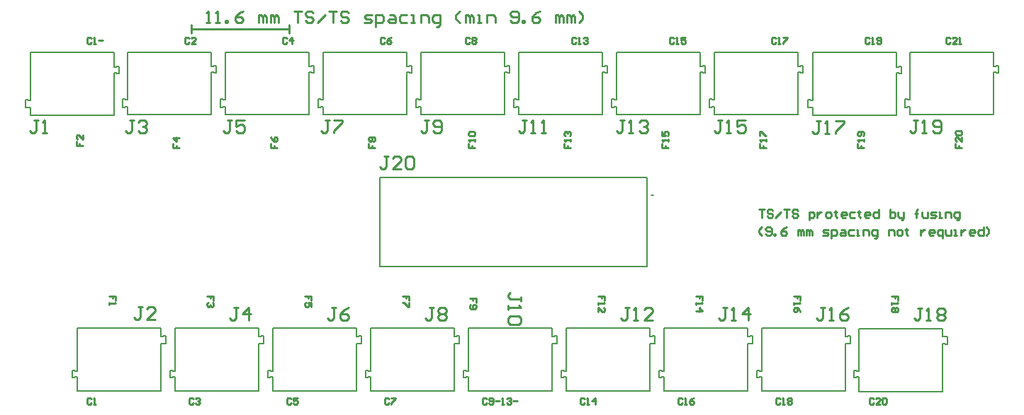
<source format=gto>
%FSTAX23Y23*%
%MOIN*%
%SFA1B1*%

%IPPOS*%
%ADD10C,0.007870*%
%ADD11C,0.005000*%
%ADD12C,0.010000*%
%LNvolttap-1*%
%LPD*%
G54D10*
X02973Y01055D02*
X02965D01*
X02973*
X04335Y0013D02*
Y00354D01*
Y00387D02*
Y00425D01*
Y00354D02*
X04358Y00352D01*
X04335Y00387D02*
X04358Y00389D01*
Y00352D02*
Y00389D01*
X03941Y00224D02*
Y00425D01*
X04335*
X03941Y0013D02*
Y00197D01*
X03917Y00194D02*
X03941Y00197D01*
X03917Y00227D02*
X03941Y00224D01*
X03917Y00194D02*
Y00227D01*
X03941Y0013D02*
X04335D01*
X03876Y00132D02*
Y00356D01*
Y0039D02*
Y00427D01*
Y00356D02*
X039Y00354D01*
X03876Y0039D02*
X039Y00392D01*
Y00354D02*
Y00392D01*
X03483Y00226D02*
Y00427D01*
X03876*
X03483Y00132D02*
Y00199D01*
X03459Y00196D02*
X03483Y00199D01*
X03459Y00229D02*
X03483Y00226D01*
X03459Y00196D02*
Y00229D01*
X03483Y00132D02*
X03876D01*
X03416D02*
Y00356D01*
Y0039D02*
Y00427D01*
Y00356D02*
X0344Y00354D01*
X03416Y0039D02*
X0344Y00392D01*
Y00354D02*
Y00392D01*
X03023Y00226D02*
Y00427D01*
X03416*
X03023Y00132D02*
Y00199D01*
X02999Y00196D02*
X03023Y00199D01*
X02999Y00229D02*
X03023Y00226D01*
X02999Y00196D02*
Y00229D01*
X03023Y00132D02*
X03416D01*
X02956D02*
Y00356D01*
Y0039D02*
Y00427D01*
Y00356D02*
X0298Y00354D01*
X02956Y0039D02*
X0298Y00392D01*
Y00354D02*
Y00392D01*
X02563Y00226D02*
Y00427D01*
X02956*
X02563Y00132D02*
Y00199D01*
X02539Y00196D02*
X02563Y00199D01*
X02539Y00229D02*
X02563Y00226D01*
X02539Y00196D02*
Y00229D01*
X02563Y00132D02*
X02956D01*
X02496D02*
Y00356D01*
Y0039D02*
Y00427D01*
Y00356D02*
X0252Y00354D01*
X02496Y0039D02*
X0252Y00392D01*
Y00354D02*
Y00392D01*
X02103Y00226D02*
Y00427D01*
X02496*
X02103Y00132D02*
Y00199D01*
X02079Y00196D02*
X02103Y00199D01*
X02079Y00229D02*
X02103Y00226D01*
X02079Y00196D02*
Y00229D01*
X02103Y00132D02*
X02496D01*
X02036D02*
Y00356D01*
Y0039D02*
Y00427D01*
Y00356D02*
X0206Y00354D01*
X02036Y0039D02*
X0206Y00392D01*
Y00354D02*
Y00392D01*
X01643Y00226D02*
Y00427D01*
X02036*
X01643Y00132D02*
Y00199D01*
X01619Y00196D02*
X01643Y00199D01*
X01619Y00229D02*
X01643Y00226D01*
X01619Y00196D02*
Y00229D01*
X01643Y00132D02*
X02036D01*
X01576D02*
Y00356D01*
Y0039D02*
Y00427D01*
Y00356D02*
X016Y00354D01*
X01576Y0039D02*
X016Y00392D01*
Y00354D02*
Y00392D01*
X01183Y00226D02*
Y00427D01*
X01576*
X01183Y00132D02*
Y00199D01*
X01159Y00196D02*
X01183Y00199D01*
X01159Y00229D02*
X01183Y00226D01*
X01159Y00196D02*
Y00229D01*
X01183Y00132D02*
X01576D01*
X01116D02*
Y00356D01*
Y0039D02*
Y00427D01*
Y00356D02*
X0114Y00354D01*
X01116Y0039D02*
X0114Y00392D01*
Y00354D02*
Y00392D01*
X00723Y00226D02*
Y00427D01*
X01116*
X00723Y00132D02*
Y00199D01*
X00699Y00196D02*
X00723Y00199D01*
X00699Y00229D02*
X00723Y00226D01*
X00699Y00196D02*
Y00229D01*
X00723Y00132D02*
X01116D01*
X00656D02*
Y00356D01*
Y0039D02*
Y00427D01*
Y00356D02*
X0068Y00354D01*
X00656Y0039D02*
X0068Y00392D01*
Y00354D02*
Y00392D01*
X00263Y00226D02*
Y00427D01*
X00656*
X00263Y00132D02*
Y00199D01*
X00239Y00196D02*
X00263Y00199D01*
X00239Y00229D02*
X00263Y00226D01*
X00239Y00196D02*
Y00229D01*
X00263Y00132D02*
X00656D01*
X00043Y01503D02*
Y01727D01*
Y01432D02*
Y01469D01*
X00019Y01505D02*
X00043Y01503D01*
X00019Y01467D02*
X00043Y01469D01*
X00019Y01467D02*
Y01505D01*
X00436Y01432D02*
Y01633D01*
X00043Y01432D02*
X00436D01*
Y0166D02*
Y01727D01*
Y0166D02*
X0046Y01663D01*
X00436Y01633D02*
X0046Y0163D01*
Y01663*
X00043Y01727D02*
X00436D01*
X00501Y01505D02*
Y01729D01*
Y01434D02*
Y01472D01*
X00477Y01507D02*
X00501Y01505D01*
X00477Y0147D02*
X00501Y01472D01*
X00477Y0147D02*
Y01507D01*
X00895Y01434D02*
Y01635D01*
X00501Y01434D02*
X00895D01*
Y01662D02*
Y01729D01*
Y01662D02*
X00918Y01665D01*
X00895Y01635D02*
X00918Y01632D01*
Y01665*
X00501Y01729D02*
X00895D01*
X00961Y01505D02*
Y01729D01*
Y01434D02*
Y01472D01*
X00937Y01507D02*
X00961Y01505D01*
X00937Y0147D02*
X00961Y01472D01*
X00937Y0147D02*
Y01507D01*
X01355Y01434D02*
Y01635D01*
X00961Y01434D02*
X01355D01*
Y01662D02*
Y01729D01*
Y01662D02*
X01378Y01665D01*
X01355Y01635D02*
X01378Y01632D01*
Y01665*
X00961Y01729D02*
X01355D01*
X01421Y01505D02*
Y01729D01*
Y01434D02*
Y01472D01*
X01397Y01507D02*
X01421Y01505D01*
X01397Y0147D02*
X01421Y01472D01*
X01397Y0147D02*
Y01507D01*
X01815Y01434D02*
Y01635D01*
X01421Y01434D02*
X01815D01*
Y01662D02*
Y01729D01*
Y01662D02*
X01838Y01665D01*
X01815Y01635D02*
X01838Y01632D01*
Y01665*
X01421Y01729D02*
X01815D01*
X01881Y01505D02*
Y01729D01*
Y01434D02*
Y01472D01*
X01857Y01507D02*
X01881Y01505D01*
X01857Y0147D02*
X01881Y01472D01*
X01857Y0147D02*
Y01507D01*
X02275Y01434D02*
Y01635D01*
X01881Y01434D02*
X02275D01*
Y01662D02*
Y01729D01*
Y01662D02*
X02298Y01665D01*
X02275Y01635D02*
X02298Y01632D01*
Y01665*
X01881Y01729D02*
X02275D01*
X02341Y01505D02*
Y01729D01*
Y01434D02*
Y01472D01*
X02317Y01507D02*
X02341Y01505D01*
X02317Y0147D02*
X02341Y01472D01*
X02317Y0147D02*
Y01507D01*
X02735Y01434D02*
Y01635D01*
X02341Y01434D02*
X02735D01*
Y01662D02*
Y01729D01*
Y01662D02*
X02758Y01665D01*
X02735Y01635D02*
X02758Y01632D01*
Y01665*
X02341Y01729D02*
X02735D01*
X02801Y01505D02*
Y01729D01*
Y01434D02*
Y01472D01*
X02777Y01507D02*
X02801Y01505D01*
X02777Y0147D02*
X02801Y01472D01*
X02777Y0147D02*
Y01507D01*
X03195Y01434D02*
Y01635D01*
X02801Y01434D02*
X03195D01*
Y01662D02*
Y01729D01*
Y01662D02*
X03218Y01665D01*
X03195Y01635D02*
X03218Y01632D01*
Y01665*
X02801Y01729D02*
X03195D01*
X03261Y01505D02*
Y01729D01*
Y01434D02*
Y01472D01*
X03237Y01507D02*
X03261Y01505D01*
X03237Y0147D02*
X03261Y01472D01*
X03237Y0147D02*
Y01507D01*
X03655Y01434D02*
Y01635D01*
X03261Y01434D02*
X03655D01*
Y01662D02*
Y01729D01*
Y01662D02*
X03678Y01665D01*
X03655Y01635D02*
X03678Y01632D01*
Y01665*
X03261Y01729D02*
X03655D01*
X03723Y01503D02*
Y01727D01*
Y01432D02*
Y01469D01*
X03699Y01505D02*
X03723Y01503D01*
X03699Y01467D02*
X03723Y01469D01*
X03699Y01467D02*
Y01505D01*
X04116Y01432D02*
Y01633D01*
X03723Y01432D02*
X04116D01*
Y0166D02*
Y01727D01*
Y0166D02*
X0414Y01663D01*
X04116Y01633D02*
X0414Y0163D01*
Y01663*
X03723Y01727D02*
X04116D01*
X04181Y01505D02*
Y01729D01*
Y01434D02*
Y01472D01*
X04157Y01507D02*
X04181Y01505D01*
X04157Y0147D02*
X04181Y01472D01*
X04157Y0147D02*
Y01507D01*
X04575Y01434D02*
Y01635D01*
X04181Y01434D02*
X04575D01*
Y01662D02*
Y01729D01*
Y01662D02*
X04598Y01665D01*
X04575Y01635D02*
X04598Y01632D01*
Y01665*
X04181Y01729D02*
X04575D01*
G54D11*
X02943Y00717D02*
Y01138D01*
X01687Y00717D02*
Y01138D01*
Y00717D02*
X02943D01*
X01687Y01138D02*
X02943D01*
G54D12*
X008Y0182D02*
Y0186D01*
X0126Y0182D02*
Y0186D01*
X008Y0184D02*
X0126D01*
X0347Y0099D02*
X03496D01*
X03483*
Y0095*
X03535Y00983D02*
X03529Y0099D01*
X03515*
X03509Y00983*
Y00976*
X03515Y0097*
X03529*
X03535Y00963*
Y00957*
X03529Y0095*
X03515*
X03509Y00957*
X03548Y0095D02*
X03574Y00976D01*
X03588Y0099D02*
X03614D01*
X03601*
Y0095*
X03653Y00983D02*
X03647Y0099D01*
X03633*
X03627Y00983*
Y00976*
X03633Y0097*
X03647*
X03653Y00963*
Y00957*
X03647Y0095*
X03633*
X03627Y00957*
X03706Y00937D02*
Y00976D01*
X03725*
X03732Y0097*
Y00957*
X03725Y0095*
X03706*
X03745Y00976D02*
Y0095D01*
Y00963*
X03752Y0097*
X03758Y00976*
X03765*
X03791Y0095D02*
X03804D01*
X03811Y00957*
Y0097*
X03804Y00976*
X03791*
X03784Y0097*
Y00957*
X03791Y0095*
X0383Y00983D02*
Y00976D01*
X03824*
X03837*
X0383*
Y00957*
X03837Y0095*
X03876D02*
X03863D01*
X03857Y00957*
Y0097*
X03863Y00976*
X03876*
X03883Y0097*
Y00963*
X03857*
X03922Y00976D02*
X03902D01*
X03896Y0097*
Y00957*
X03902Y0095*
X03922*
X03942Y00983D02*
Y00976D01*
X03935*
X03948*
X03942*
Y00957*
X03948Y0095*
X03988D02*
X03975D01*
X03968Y00957*
Y0097*
X03975Y00976*
X03988*
X03994Y0097*
Y00963*
X03968*
X04034Y0099D02*
Y0095D01*
X04014*
X04007Y00957*
Y0097*
X04014Y00976*
X04034*
X04086Y0099D02*
Y0095D01*
X04106*
X04112Y00957*
Y00963*
Y0097*
X04106Y00976*
X04086*
X04125D02*
Y00957D01*
X04132Y0095*
X04152*
Y00944*
X04145Y00937*
X04139*
X04152Y0095D02*
Y00976D01*
X04211Y0095D02*
Y00983D01*
Y0097*
X04204*
X04217*
X04211*
Y00983*
X04217Y0099*
X04237Y00976D02*
Y00957D01*
X04244Y0095*
X04263*
Y00976*
X04276Y0095D02*
X04296D01*
X04303Y00957*
X04296Y00963*
X04283*
X04276Y0097*
X04283Y00976*
X04303*
X04316Y0095D02*
X04329D01*
X04322*
Y00976*
X04316*
X04348Y0095D02*
Y00976D01*
X04368*
X04375Y0097*
Y0095*
X04401Y00937D02*
X04408D01*
X04414Y00944*
Y00976*
X04394*
X04388Y0097*
Y00957*
X04394Y0095*
X04414*
X03483Y00866D02*
X0347Y00879D01*
Y00892*
X03483Y00905*
X03502Y00872D02*
X03509Y00866D01*
X03522*
X03529Y00872*
Y00899*
X03522Y00905*
X03509*
X03502Y00899*
Y00892*
X03509Y00885*
X03529*
X03542Y00866D02*
Y00872D01*
X03548*
Y00866*
X03542*
X03601Y00905D02*
X03588Y00899D01*
X03574Y00885*
Y00872*
X03581Y00866*
X03594*
X03601Y00872*
Y00879*
X03594Y00885*
X03574*
X03653Y00866D02*
Y00892D01*
X0366*
X03666Y00885*
Y00866*
Y00885*
X03673Y00892*
X03679Y00885*
Y00866*
X03693D02*
Y00892D01*
X03699*
X03706Y00885*
Y00866*
Y00885*
X03712Y00892*
X03719Y00885*
Y00866*
X03771D02*
X03791D01*
X03797Y00872*
X03791Y00879*
X03778*
X03771Y00885*
X03778Y00892*
X03797*
X03811Y00853D02*
Y00892D01*
X0383*
X03837Y00885*
Y00872*
X0383Y00866*
X03811*
X03857Y00892D02*
X0387D01*
X03876Y00885*
Y00866*
X03857*
X0385Y00872*
X03857Y00879*
X03876*
X03916Y00892D02*
X03896D01*
X03889Y00885*
Y00872*
X03896Y00866*
X03916*
X03929D02*
X03942D01*
X03935*
Y00892*
X03929*
X03961Y00866D02*
Y00892D01*
X03981*
X03988Y00885*
Y00866*
X04014Y00853D02*
X04021D01*
X04027Y00859*
Y00892*
X04007*
X04001Y00885*
Y00872*
X04007Y00866*
X04027*
X0408D02*
Y00892D01*
X04099*
X04106Y00885*
Y00866*
X04125D02*
X04139D01*
X04145Y00872*
Y00885*
X04139Y00892*
X04125*
X04119Y00885*
Y00872*
X04125Y00866*
X04165Y00899D02*
Y00892D01*
X04158*
X04171*
X04165*
Y00872*
X04171Y00866*
X0423Y00892D02*
Y00866D01*
Y00879*
X04237Y00885*
X04244Y00892*
X0425*
X04289Y00866D02*
X04276D01*
X0427Y00872*
Y00885*
X04276Y00892*
X04289*
X04296Y00885*
Y00879*
X0427*
X04335Y00853D02*
Y00892D01*
X04316*
X04309Y00885*
Y00872*
X04316Y00866*
X04335*
X04348Y00892D02*
Y00872D01*
X04355Y00866*
X04375*
Y00892*
X04388Y00866D02*
X04401D01*
X04394*
Y00892*
X04388*
X04421D02*
Y00866D01*
Y00879*
X04427Y00885*
X04434Y00892*
X0444*
X0448Y00866D02*
X04467D01*
X0446Y00872*
Y00885*
X04467Y00892*
X0448*
X04486Y00885*
Y00879*
X0446*
X04526Y00905D02*
Y00866D01*
X04506*
X04499Y00872*
Y00885*
X04506Y00892*
X04526*
X04539Y00866D02*
X04552Y00879D01*
Y00892*
X04539Y00905*
X02105Y01299D02*
Y0128D01*
X0212*
Y0129*
Y0128*
X02134*
Y01309D02*
Y01319D01*
Y01314*
X02105*
X0211Y01309*
Y01334D02*
X02105Y01339D01*
Y01349*
X0211Y01354*
X02129*
X02134Y01349*
Y01339*
X02129Y01334*
X0211*
X03109Y00094D02*
X03105Y00099D01*
X03095*
X0309Y00094*
Y00075*
X03095Y0007*
X03105*
X03109Y00075*
X03119Y0007D02*
X03129D01*
X03124*
Y00099*
X03119Y00094*
X03164Y00099D02*
X03154Y00094D01*
X03144Y00085*
Y00075*
X03149Y0007*
X03159*
X03164Y00075*
Y0008*
X03159Y00085*
X03144*
X03569Y00094D02*
X03565Y00099D01*
X03555*
X0355Y00094*
Y00075*
X03555Y0007*
X03565*
X03569Y00075*
X03579Y0007D02*
X03589D01*
X03584*
Y00099*
X03579Y00094*
X03604D02*
X03609Y00099D01*
X03619*
X03624Y00094*
Y00089*
X03619Y00085*
X03624Y0008*
Y00075*
X03619Y0007*
X03609*
X03604Y00075*
Y0008*
X03609Y00085*
X03604Y00089*
Y00094*
X03609Y00085D02*
X03619D01*
X04009Y00094D02*
X04004Y00099D01*
X03995*
X0399Y00094*
Y00075*
X03995Y0007*
X04004*
X04009Y00075*
X04039Y0007D02*
X04019D01*
X04039Y00089*
Y00094*
X04034Y00099*
X04024*
X04019Y00094*
X04049D02*
X04054Y00099D01*
X04064*
X04069Y00094*
Y00075*
X04064Y0007*
X04054*
X04049Y00075*
Y00094*
X03989Y01794D02*
X03984Y01799D01*
X03975*
X0397Y01794*
Y01775*
X03975Y0177*
X03984*
X03989Y01775*
X03999Y0177D02*
X04009D01*
X04004*
Y01799*
X03999Y01794*
X04024Y01775D02*
X04029Y0177D01*
X04039*
X04044Y01775*
Y01794*
X04039Y01799*
X04029*
X04024Y01794*
Y01789*
X04029Y01784*
X04044*
X03549Y01794D02*
X03545Y01799D01*
X03535*
X0353Y01794*
Y01775*
X03535Y0177*
X03545*
X03549Y01775*
X03559Y0177D02*
X03569D01*
X03564*
Y01799*
X03559Y01794*
X03584Y01799D02*
X03604D01*
Y01794*
X03584Y01775*
Y0177*
X03069Y01794D02*
X03065Y01799D01*
X03055*
X0305Y01794*
Y01775*
X03055Y0177*
X03065*
X03069Y01775*
X03079Y0177D02*
X03089D01*
X03084*
Y01799*
X03079Y01794*
X03124Y01799D02*
X03104D01*
Y01784*
X03114Y01789*
X03119*
X03124Y01784*
Y01775*
X03119Y0177*
X03109*
X03104Y01775*
X02649Y00094D02*
X02644Y00099D01*
X02635*
X0263Y00094*
Y00075*
X02635Y0007*
X02644*
X02649Y00075*
X02659Y0007D02*
X02669D01*
X02664*
Y00099*
X02659Y00094*
X02699Y0007D02*
Y00099D01*
X02684Y00085*
X02704*
X02609Y01794D02*
X02605Y01799D01*
X02595*
X0259Y01794*
Y01775*
X02595Y0177*
X02605*
X02609Y01775*
X02619Y0177D02*
X02629D01*
X02624*
Y01799*
X02619Y01794*
X02644D02*
X02649Y01799D01*
X02659*
X02664Y01794*
Y01789*
X02659Y01784*
X02654*
X02659*
X02664Y0178*
Y01775*
X02659Y0177*
X02649*
X02644Y01775*
X02189Y00094D02*
X02184Y00099D01*
X02175*
X0217Y00094*
Y00075*
X02175Y0007*
X02184*
X02189Y00075*
X02199D02*
X02204Y0007D01*
X02214*
X02219Y00075*
Y00094*
X02214Y00099*
X02204*
X02199Y00094*
Y00089*
X02204Y00085*
X02219*
X02229D02*
X02249D01*
X02259Y0007D02*
X02269D01*
X02264*
Y00099*
X02259Y00094*
X02284D02*
X02289Y00099D01*
X02299*
X02304Y00094*
Y00089*
X02299Y00085*
X02294*
X02299*
X02304Y0008*
Y00075*
X02299Y0007*
X02289*
X02284Y00075*
X02314Y00085D02*
X02334D01*
X02109Y01794D02*
X02105Y01799D01*
X02095*
X0209Y01794*
Y01775*
X02095Y0177*
X02105*
X02109Y01775*
X02119Y01794D02*
X02124Y01799D01*
X02134*
X02139Y01794*
Y01789*
X02134Y01784*
X02139Y0178*
Y01775*
X02134Y0177*
X02124*
X02119Y01775*
Y0178*
X02124Y01784*
X02119Y01789*
Y01794*
X02124Y01784D02*
X02134D01*
X01729Y00094D02*
X01725Y00099D01*
X01715*
X0171Y00094*
Y00075*
X01715Y0007*
X01725*
X01729Y00075*
X01739Y00099D02*
X01759D01*
Y00094*
X01739Y00075*
Y0007*
X04369Y01794D02*
X04365Y01799D01*
X04355*
X0435Y01794*
Y01775*
X04355Y0177*
X04365*
X04369Y01775*
X04399Y0177D02*
X04379D01*
X04399Y01789*
Y01794*
X04394Y01799*
X04384*
X04379Y01794*
X04409Y0177D02*
X04419D01*
X04414*
Y01799*
X04409Y01794*
X01709D02*
X01705Y01799D01*
X01695*
X0169Y01794*
Y01775*
X01695Y0177*
X01705*
X01709Y01775*
X01739Y01799D02*
X01729Y01794D01*
X01719Y01784*
Y01775*
X01724Y0177*
X01734*
X01739Y01775*
Y0178*
X01734Y01784*
X01719*
X01249Y01794D02*
X01244Y01799D01*
X01235*
X0123Y01794*
Y01775*
X01235Y0177*
X01244*
X01249Y01775*
X01274Y0177D02*
Y01799D01*
X01259Y01784*
X01279*
X00789Y01794D02*
X00785Y01799D01*
X00775*
X0077Y01794*
Y01775*
X00775Y0177*
X00785*
X00789Y01775*
X00819Y0177D02*
X00799D01*
X00819Y01789*
Y01794*
X00814Y01799*
X00804*
X00799Y01794*
X00329D02*
X00325Y01799D01*
X00315*
X0031Y01794*
Y01775*
X00315Y0177*
X00325*
X00329Y01775*
X00339Y0177D02*
X00349D01*
X00344*
Y01799*
X00339Y01794*
X00364Y01784D02*
X00384D01*
X01269Y00094D02*
X01264Y00099D01*
X01255*
X0125Y00094*
Y00075*
X01255Y0007*
X01264*
X01269Y00075*
X01299Y00099D02*
X01279D01*
Y00085*
X01289Y00089*
X01294*
X01299Y00085*
Y00075*
X01294Y0007*
X01284*
X01279Y00075*
X00809Y00094D02*
X00805Y00099D01*
X00795*
X0079Y00094*
Y00075*
X00795Y0007*
X00805*
X00809Y00075*
X00819Y00094D02*
X00824Y00099D01*
X00834*
X00839Y00094*
Y00089*
X00834Y00085*
X00829*
X00834*
X00839Y0008*
Y00075*
X00834Y0007*
X00824*
X00819Y00075*
X00329Y00094D02*
X00325Y00099D01*
X00315*
X0031Y00094*
Y00075*
X00315Y0007*
X00325*
X00329Y00075*
X00339Y0007D02*
X00349D01*
X00344*
Y00099*
X00339Y00094*
X0026Y01309D02*
Y0129D01*
X00275*
Y01299*
Y0129*
X0029*
Y01339D02*
Y01319D01*
X0027Y01339*
X00265*
X0026Y01334*
Y01324*
X00265Y01319*
X0087Y01868D02*
X00888D01*
X00879*
Y01923*
X0087Y01914*
X00915Y01868D02*
X00934D01*
X00925*
Y01923*
X00915Y01914*
X00961Y01868D02*
Y01877D01*
X00971*
Y01868*
X00961*
X01044Y01923D02*
X01026Y01914D01*
X01007Y01895*
Y01877*
X01016Y01868*
X01035*
X01044Y01877*
Y01886*
X01035Y01895*
X01007*
X01117Y01868D02*
Y01905D01*
X01127*
X01136Y01895*
Y01868*
Y01895*
X01145Y01905*
X01154Y01895*
Y01868*
X01173D02*
Y01905D01*
X01182*
X01191Y01895*
Y01868*
Y01895*
X012Y01905*
X01209Y01895*
Y01868*
X01283Y01923D02*
X01319D01*
X01301*
Y01868*
X01375Y01914D02*
X01365Y01923D01*
X01347*
X01338Y01914*
Y01905*
X01347Y01895*
X01365*
X01375Y01886*
Y01877*
X01365Y01868*
X01347*
X01338Y01877*
X01393Y01868D02*
X0143Y01905D01*
X01448Y01923D02*
X01485D01*
X01466*
Y01868*
X0154Y01914D02*
X01531Y01923D01*
X01512*
X01503Y01914*
Y01905*
X01512Y01895*
X01531*
X0154Y01886*
Y01877*
X01531Y01868*
X01512*
X01503Y01877*
X01613Y01868D02*
X01641D01*
X0165Y01877*
X01641Y01886*
X01623*
X01613Y01895*
X01623Y01905*
X0165*
X01668Y0185D02*
Y01905D01*
X01696*
X01705Y01895*
Y01877*
X01696Y01868*
X01668*
X01733Y01905D02*
X01751D01*
X0176Y01895*
Y01868*
X01733*
X01724Y01877*
X01733Y01886*
X0176*
X01815Y01905D02*
X01788D01*
X01779Y01895*
Y01877*
X01788Y01868*
X01815*
X01834D02*
X01852D01*
X01843*
Y01905*
X01834*
X0188Y01868D02*
Y01905D01*
X01907*
X01916Y01895*
Y01868*
X01953Y0185D02*
X01962D01*
X01972Y01859*
Y01905*
X01944*
X01935Y01895*
Y01877*
X01944Y01868*
X01972*
X02063D02*
X02045Y01886D01*
Y01905*
X02063Y01923*
X02091Y01868D02*
Y01905D01*
X021*
X02109Y01895*
Y01868*
Y01895*
X02118Y01905*
X02128Y01895*
Y01868*
X02146D02*
X02164D01*
X02155*
Y01905*
X02146*
X02192Y01868D02*
Y01905D01*
X02219*
X02229Y01895*
Y01868*
X02302Y01877D02*
X02311Y01868D01*
X0233*
X02339Y01877*
Y01914*
X0233Y01923*
X02311*
X02302Y01914*
Y01905*
X02311Y01895*
X02339*
X02357Y01868D02*
Y01877D01*
X02366*
Y01868*
X02357*
X0244Y01923D02*
X02421Y01914D01*
X02403Y01895*
Y01877*
X02412Y01868*
X02431*
X0244Y01877*
Y01886*
X02431Y01895*
X02403*
X02513Y01868D02*
Y01905D01*
X02523*
X02532Y01895*
Y01868*
Y01895*
X02541Y01905*
X0255Y01895*
Y01868*
X02568D02*
Y01905D01*
X02578*
X02587Y01895*
Y01868*
Y01895*
X02596Y01905*
X02605Y01895*
Y01868*
X02624D02*
X02642Y01886D01*
Y01905*
X02624Y01923*
X01635Y01299D02*
Y0128D01*
X0165*
Y0129*
Y0128*
X01665*
X0164Y01309D02*
X01635Y01314D01*
Y01324*
X0164Y01329*
X01645*
X0165Y01324*
X01655Y01329*
X0166*
X01665Y01324*
Y01314*
X0166Y01309*
X01655*
X0165Y01314*
X01645Y01309*
X0164*
X0165Y01314D02*
Y01324D01*
X03475Y01299D02*
Y0128D01*
X0349*
Y0129*
Y0128*
X03505*
Y01309D02*
Y01319D01*
Y01314*
X03475*
X0348Y01309*
X03475Y01334D02*
Y01354D01*
X0348*
X035Y01334*
X03505*
X00444Y0056D02*
Y00579D01*
X00429*
Y00569*
Y00579*
X00415*
Y0055D02*
Y0054D01*
Y00545*
X00444*
X00439Y0055*
X02139Y0055D02*
Y0057D01*
X02124*
Y0056*
Y0057*
X0211*
X02114Y0054D02*
X0211Y00535D01*
Y00525*
X02114Y0052*
X02134*
X02139Y00525*
Y00535*
X02134Y0054*
X02129*
X02124Y00535*
Y0052*
X04124Y0056D02*
Y00579D01*
X04109*
Y00569*
Y00579*
X04095*
Y0055D02*
Y0054D01*
Y00545*
X04124*
X04119Y0055*
Y00525D02*
X04124Y0052D01*
Y0051*
X04119Y00505*
X04114*
X04109Y0051*
X04104Y00505*
X04099*
X04095Y0051*
Y0052*
X04099Y00525*
X04104*
X04109Y0052*
X04114Y00525*
X04119*
X04109Y0052D02*
Y0051D01*
X00715Y01299D02*
Y0128D01*
X0073*
Y0129*
Y0128*
X00745*
Y01324D02*
X00715D01*
X0073Y01309*
Y01329*
X01175Y01299D02*
Y0128D01*
X0119*
Y0129*
Y0128*
X01205*
X01175Y01329D02*
X0118Y01319D01*
X0119Y01309*
X012*
X01205Y01314*
Y01324*
X012Y01329*
X01195*
X0119Y01324*
Y01309*
X02555Y01299D02*
Y0128D01*
X0257*
Y0129*
Y0128*
X02585*
Y01309D02*
Y01319D01*
Y01314*
X02555*
X0256Y01309*
Y01334D02*
X02555Y01339D01*
Y01349*
X0256Y01354*
X02565*
X0257Y01349*
Y01344*
Y01349*
X02575Y01354*
X0258*
X02585Y01349*
Y01339*
X0258Y01334*
X04395Y01299D02*
Y0128D01*
X0441*
Y0129*
Y0128*
X04425*
Y01329D02*
Y01309D01*
X04405Y01329*
X044*
X04395Y01324*
Y01314*
X044Y01309*
Y01339D02*
X04395Y01344D01*
Y01354*
X044Y01358*
X0442*
X04425Y01354*
Y01344*
X0442Y01339*
X044*
X01364Y0056D02*
Y00579D01*
X01349*
Y00569*
Y00579*
X01335*
X01364Y0053D02*
Y0055D01*
X01349*
X01354Y0054*
Y00535*
X01349Y0053*
X01339*
X01335Y00535*
Y00545*
X01339Y0055*
X01824Y0056D02*
Y00579D01*
X01809*
Y00569*
Y00579*
X01795*
X01824Y0055D02*
Y0053D01*
X01819*
X01799Y0055*
X01795*
X02744Y0056D02*
Y00579D01*
X02729*
Y00569*
Y00579*
X02715*
Y0055D02*
Y0054D01*
Y00545*
X02744*
X02739Y0055*
X02715Y00505D02*
Y00525D01*
X02734Y00505*
X02739*
X02744Y0051*
Y0052*
X02739Y00525*
X03204Y0056D02*
Y00579D01*
X03189*
Y00569*
Y00579*
X03175*
Y0055D02*
Y0054D01*
Y00545*
X03204*
X03199Y0055*
X03175Y0051D02*
X03204D01*
X03189Y00525*
Y00505*
X03664Y0056D02*
Y00579D01*
X03649*
Y00569*
Y00579*
X03635*
Y0055D02*
Y0054D01*
Y00545*
X03664*
X03659Y0055*
X03664Y00505D02*
X03659Y00515D01*
X03649Y00525*
X03639*
X03635Y0052*
Y0051*
X03639Y00505*
X03644*
X03649Y0051*
Y00525*
X03935Y01299D02*
Y0128D01*
X0395*
Y0129*
Y0128*
X03965*
Y01309D02*
Y01319D01*
Y01314*
X03935*
X0394Y01309*
X0396Y01334D02*
X03965Y01339D01*
Y01349*
X0396Y01354*
X0394*
X03935Y01349*
Y01339*
X0394Y01334*
X03945*
X0395Y01339*
Y01354*
X03015Y01299D02*
Y0128D01*
X0303*
Y0129*
Y0128*
X03045*
Y01309D02*
Y01319D01*
Y01314*
X03015*
X0302Y01309*
X03015Y01354D02*
Y01334D01*
X0303*
X03025Y01344*
Y01349*
X0303Y01354*
X0304*
X03045Y01349*
Y01339*
X0304Y01334*
X00904Y0056D02*
Y00579D01*
X00889*
Y00569*
Y00579*
X00875*
X00899Y0055D02*
X00904Y00545D01*
Y00535*
X00899Y0053*
X00894*
X00889Y00535*
Y0054*
Y00535*
X00884Y0053*
X00879*
X00875Y00535*
Y00545*
X00879Y0055*
X01726Y01238D02*
X01706D01*
X01716*
Y01189*
X01706Y01179*
X01697*
X01687Y01189*
X01786Y01179D02*
X01746D01*
X01786Y01218*
Y01228*
X01776Y01238*
X01756*
X01746Y01228*
X01806D02*
X01816Y01238D01*
X01836*
X01846Y01228*
Y01189*
X01836Y01179*
X01816*
X01806Y01189*
Y01228*
X04218Y01408D02*
X04198D01*
X04208*
Y01358*
X04198Y01348*
X04189*
X04179Y01358*
X04238Y01348D02*
X04258D01*
X04248*
Y01408*
X04238Y01398*
X04288Y01358D02*
X04298Y01348D01*
X04318*
X04328Y01358*
Y01398*
X04318Y01408*
X04298*
X04288Y01398*
Y01388*
X04298Y01378*
X04328*
X04238Y00523D02*
X04218D01*
X04228*
Y00474*
X04218Y00464*
X04209*
X04199Y00474*
X04258Y00464D02*
X04278D01*
X04268*
Y00523*
X04258Y00513*
X04308D02*
X04318Y00523D01*
X04338*
X04348Y00513*
Y00503*
X04338Y00493*
X04348Y00483*
Y00474*
X04338Y00464*
X04318*
X04308Y00474*
Y00483*
X04318Y00493*
X04308Y00503*
Y00513*
X04318Y00493D02*
X04338D01*
X0376Y01405D02*
X0374D01*
X0375*
Y01356*
X0374Y01346*
X03731*
X03721Y01356*
X0378Y01346D02*
X038D01*
X0379*
Y01405*
X0378Y01395*
X0383Y01405D02*
X0387D01*
Y01395*
X0383Y01356*
Y01346*
X0378Y00526D02*
X0376D01*
X0377*
Y00476*
X0376Y00466*
X03751*
X03741Y00476*
X038Y00466D02*
X0382D01*
X0381*
Y00526*
X038Y00516*
X0389Y00526D02*
X0387Y00516D01*
X0385Y00496*
Y00476*
X0386Y00466*
X0388*
X0389Y00476*
Y00486*
X0388Y00496*
X0385*
X03298Y01408D02*
X03278D01*
X03288*
Y01359*
X03278Y01349*
X03269*
X03259Y01359*
X03318Y01349D02*
X03338D01*
X03328*
Y01408*
X03318Y01398*
X03408Y01408D02*
X03368D01*
Y01378*
X03388Y01388*
X03398*
X03408Y01378*
Y01359*
X03398Y01349*
X03378*
X03368Y01359*
X0332Y00525D02*
X033D01*
X0331*
Y00476*
X033Y00466*
X03291*
X03281Y00476*
X0334Y00466D02*
X0336D01*
X0335*
Y00525*
X0334Y00515*
X0342Y00466D02*
Y00525D01*
X0339Y00495*
X0343*
X02838Y01408D02*
X02818D01*
X02828*
Y01359*
X02818Y01349*
X02809*
X02799Y01359*
X02858Y01349D02*
X02878D01*
X02868*
Y01408*
X02858Y01398*
X02908D02*
X02918Y01408D01*
X02938*
X02948Y01398*
Y01388*
X02938Y01378*
X02928*
X02938*
X02948Y01368*
Y01359*
X02938Y01349*
X02918*
X02908Y01359*
X0286Y00525D02*
X0284D01*
X0285*
Y00476*
X0284Y00466*
X02831*
X02821Y00476*
X0288Y00466D02*
X029D01*
X0289*
Y00525*
X0288Y00515*
X0297Y00466D02*
X0293D01*
X0297Y00505*
Y00515*
X0296Y00525*
X0294*
X0293Y00515*
X02378Y01408D02*
X02358D01*
X02368*
Y01359*
X02358Y01349*
X02349*
X02339Y01359*
X02398Y01349D02*
X02418D01*
X02408*
Y01408*
X02398Y01398*
X02448Y01349D02*
X02468D01*
X02458*
Y01408*
X02448Y01398*
X02349Y00554D02*
Y00574D01*
Y00564*
X023*
X0229Y00574*
Y00584*
X023Y00594*
X0229Y00535D02*
Y00515D01*
Y00525*
X02349*
X02339Y00535*
Y00485D02*
X02349Y00475D01*
Y00455*
X02339Y00445*
X023*
X0229Y00455*
Y00475*
X023Y00485*
X02339*
X01918Y01408D02*
X01898D01*
X01908*
Y01358*
X01898Y01348*
X01889*
X01879Y01358*
X01938D02*
X01948Y01348D01*
X01968*
X01978Y01358*
Y01398*
X01968Y01408*
X01948*
X01938Y01398*
Y01388*
X01948Y01378*
X01978*
X0194Y00525D02*
X0192D01*
X0193*
Y00476*
X0192Y00466*
X01911*
X01901Y00476*
X0196Y00515D02*
X0197Y00525D01*
X0199*
X02Y00515*
Y00505*
X0199Y00495*
X02Y00485*
Y00476*
X0199Y00466*
X0197*
X0196Y00476*
Y00485*
X0197Y00495*
X0196Y00505*
Y00515*
X0197Y00495D02*
X0199D01*
X0145Y01409D02*
X0143D01*
X0144*
Y0136*
X0143Y0135*
X0142*
X0141Y0136*
X0147Y01409D02*
X01509D01*
Y01399*
X0147Y0136*
Y0135*
X0148Y00526D02*
X0146D01*
X0147*
Y00476*
X0146Y00466*
X01451*
X01441Y00476*
X0154Y00526D02*
X0152Y00516D01*
X015Y00496*
Y00476*
X0151Y00466*
X0153*
X0154Y00476*
Y00486*
X0153Y00496*
X015*
X0099Y01409D02*
X0097D01*
X0098*
Y0136*
X0097Y0135*
X0096*
X0095Y0136*
X01049Y01409D02*
X0101D01*
Y0138*
X01029Y0139*
X01039*
X01049Y0138*
Y0136*
X01039Y0135*
X01019*
X0101Y0136*
X0102Y00525D02*
X01D01*
X0101*
Y00476*
X01Y00466*
X00991*
X00981Y00476*
X0107Y00466D02*
Y00525D01*
X0104Y00495*
X0108*
X0053Y01409D02*
X0051D01*
X0052*
Y0136*
X0051Y0135*
X005*
X0049Y0136*
X0055Y01399D02*
X00559Y01409D01*
X00579*
X00589Y01399*
Y0139*
X00579Y0138*
X00569*
X00579*
X00589Y0137*
Y0136*
X00579Y0135*
X00559*
X0055Y0136*
X0057Y00529D02*
X0055D01*
X0056*
Y0048*
X0055Y0047*
X0054*
X0053Y0048*
X00629Y0047D02*
X0059D01*
X00629Y0051*
Y00519*
X00619Y00529*
X00599*
X0059Y00519*
X0008Y01409D02*
X0006D01*
X0007*
Y0136*
X0006Y0135*
X0005*
X0004Y0136*
X00099Y0135D02*
X00119D01*
X00109*
Y01409*
X00099Y01399*
M02*
</source>
